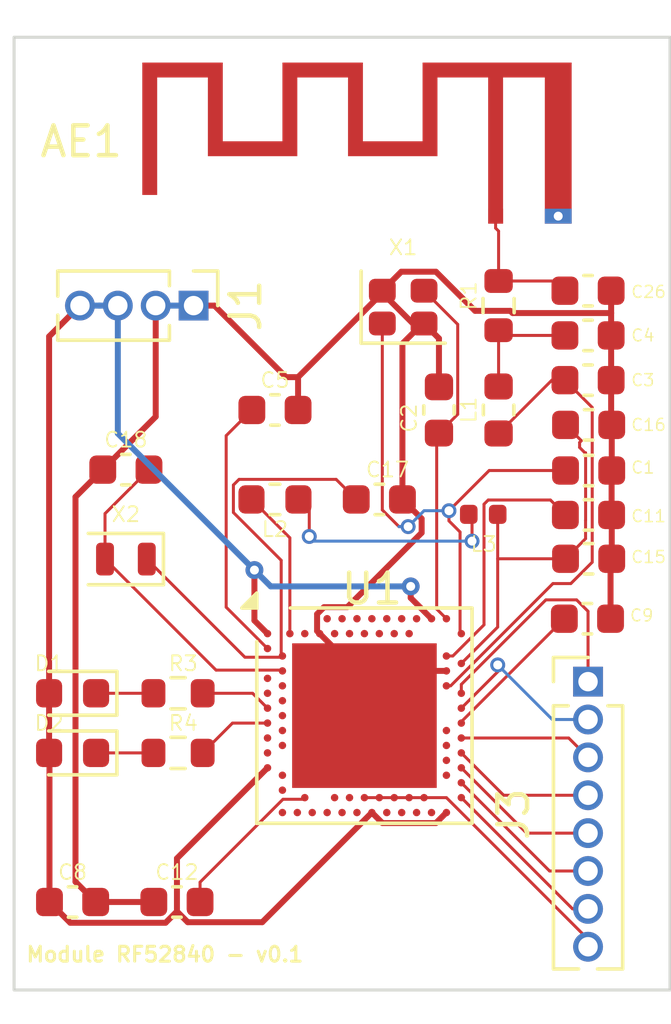
<source format=kicad_pcb>
(kicad_pcb (version 20241229) (generator "pcbnew") (generator_version "9.0")
  (layers (0 "F.Cu" signal) (2 "B.Cu" signal) (13 "F.Paste" user) (15 "B.Paste" user) (5 "F.SilkS" user "F.Silkscreen") (7 "B.SilkS" user "B.Silkscreen") (1 "F.Mask" user) (3 "B.Mask" user) (25 "Edge.Cuts" user))
  (net 0 "")
  (net 1 "Net-(U1-XC1)")
  (net 2 "/GND")
  (net 3 "Net-(U1-XC2)")
  (net 4 "Net-(U1-ANT)")
  (net 5 "Net-(C4-Pad2)")
  (net 6 "Net-(U1-DEC1)")
  (net 7 "/3.3V")
  (net 8 "Net-(U1-DEC5)")
  (net 9 "Net-(U1-DEC3)")
  (net 10 "Net-(U1-DECUSB)")
  (net 11 "Net-(U1-DEC6)")
  (net 12 "Net-(U1-XL1{slash}P0.00)")
  (net 13 "Net-(U1-XL2{slash}P0.01)")
  (net 14 "Net-(AE1-A)")
  (net 15 "/Reset")
  (net 16 "Net-(D1-K)")
  (net 17 "Net-(D2-K)")
  (net 18 "/Miso")
  (net 19 "/CLK")
  (net 20 "/Mosi")
  (net 21 "Net-(L2-Pad1)")
  (net 22 "Net-(U1-DCC)")
  (net 61 "/SWD_CLK")
  (net 62 "/SWD_IO")
  (net 63 "/CS")
  (net 64 "/Led1")
  (net 65 "/Led2")
  (net 66 "/SWI")
  (footprint "Capacitor_SMD:C_0603_1608Metric" (layer "F.Cu") (at 145.52 125.49)
    (property "Reference" "C15" (at 2.01 -0.06 0) (layer "F.SilkS") (effects (font (size 0.4 0.4) (thickness 0.05))))
    (property "Value" "1µF")
    (fp_line (start -0.14058 -0.51) (end 0.14058 -0.51) (stroke (width 0.12)) (layer "F.SilkS"))
    (fp_line (start -0.14058 0.51) (end 0.14058 0.51) (stroke (width 0.12)) (layer "F.SilkS"))
    (pad "1" smd roundrect (at -0.775 0) (size 0.9 0.95) (layers "F.Cu" "F.Mask" "F.Paste") (net 11 "Net-(U1-DEC6)"))
    (pad "2" smd roundrect (at 0.775 0) (size 0.9 0.95) (layers "F.Cu" "F.Mask" "F.Paste") (net 2 "/GND"))
  )
  (footprint "Crystal:Crystal_SMD_2016-4Pin_2.0x1.6mm" (layer "F.Cu") (at 139.3 117.05)
    (property "Reference" "X1" (at 0 -2 0) (layer "F.SilkS") (effects (font (size 0.5 0.5) (thickness 0.0625))))
    (property "Value" "Crystal 32Mhz")
    (fp_line (start -1.41 -1.21) (end -1.41 1.21) (stroke (width 0.12)) (layer "F.SilkS"))
    (fp_line (start -1.41 1.21) (end 1.41 1.21) (stroke (width 0.12)) (layer "F.SilkS"))
    (pad "1" smd roundrect (at -0.7 0.55) (size 0.9 0.8) (layers "F.Cu" "F.Mask" "F.Paste") (net 1 "Net-(U1-XC1)"))
    (pad "2" smd roundrect (at 0.7 0.55) (size 0.9 0.8) (layers "F.Cu" "F.Mask" "F.Paste") (net 2 "/GND"))
    (pad "3" smd roundrect (at 0.7 -0.55) (size 0.9 0.8) (layers "F.Cu" "F.Mask" "F.Paste") (net 3 "Net-(U1-XC2)"))
    (pad "4" smd roundrect (at -0.7 -0.55) (size 0.9 0.8) (layers "F.Cu" "F.Mask" "F.Paste") (net 2 "/GND"))
  )
  (footprint "Capacitor_SMD:C_0603_1608Metric" (layer "F.Cu") (at 131.7125 137 180)
    (property "Reference" "C12" (at 0 1 0) (layer "F.SilkS") (effects (font (size 0.5 0.5) (thickness 0.0625))))
    (property "Value" "4.7µF")
    (fp_line (start -0.14058 0.51) (end 0.14058 0.51) (stroke (width 0.12)) (layer "F.SilkS"))
    (fp_line (start -0.14058 -0.51) (end 0.14058 -0.51) (stroke (width 0.12)) (layer "F.SilkS"))
    (pad "1" smd roundrect (at -0.775 0 180) (size 0.9 0.95) (layers "F.Cu" "F.Mask" "F.Paste") (net 10 "Net-(U1-DECUSB)"))
    (pad "2" smd roundrect (at 0.775 0 180) (size 0.9 0.95) (layers "F.Cu" "F.Mask" "F.Paste") (net 2 "/GND"))
  )
  (footprint "Capacitor_SMD:C_0603_1608Metric" (layer "F.Cu") (at 138.5 123.5)
    (property "Reference" "C17" (at 0.275 -1 0) (layer "F.SilkS") (effects (font (size 0.5 0.5) (thickness 0.0625))))
    (property "Value" "12pF")
    (fp_line (start -0.14058 -0.51) (end 0.14058 -0.51) (stroke (width 0.12)) (layer "F.SilkS"))
    (fp_line (start -0.14058 0.51) (end 0.14058 0.51) (stroke (width 0.12)) (layer "F.SilkS"))
    (pad "1" smd roundrect (at -0.775 0) (size 0.9 0.95) (layers "F.Cu" "F.Mask" "F.Paste") (net 12 "Net-(U1-XL1{slash}P0.00)"))
    (pad "2" smd roundrect (at 0.775 0) (size 0.9 0.95) (layers "F.Cu" "F.Mask" "F.Paste") (net 2 "/GND"))
  )
  (footprint "Connector_PinHeader_1.27mm:PinHeader_1x08_P1.27mm_Vertical" (layer "F.Cu") (at 145.5 129.61)
    (property "Reference" "J3" (at -2.5 4.445 90) (layer "F.SilkS"))
    (property "Value" "Datas")
    (fp_line (start -1.16 -0.81) (end 0 -0.81) (stroke (width 0.12)) (layer "F.SilkS"))
    (fp_line (start -1.16 0) (end -1.16 -0.81) (stroke (width 0.12)) (layer "F.SilkS"))
    (fp_line (start -1.16 0.81) (end -1.16 9.635) (stroke (width 0.12)) (layer "F.SilkS"))
    (fp_line (start -1.16 0.81) (end -0.666708 0.81) (stroke (width 0.12)) (layer "F.SilkS"))
    (fp_line (start -1.16 9.635) (end -0.317923 9.635) (stroke (width 0.12)) (layer "F.SilkS"))
    (fp_line (start 0.317923 9.635) (end 1.16 9.635) (stroke (width 0.12)) (layer "F.SilkS"))
    (fp_line (start 0.666708 0.81) (end 1.16 0.81) (stroke (width 0.12)) (layer "F.SilkS"))
    (fp_line (start 1.16 0.81) (end 1.16 9.635) (stroke (width 0.12)) (layer "F.SilkS"))
    (pad "1" thru_hole rect (at 0 0) (size 1 1) (drill 0.65) (layers "*.Cu" "*.Mask") (net 66 "/SWI"))
    (pad "2" thru_hole circle (at 0 1.27) (size 1 1) (drill 0.65) (layers "*.Cu" "*.Mask") (net 63 "/CS"))
    (pad "3" thru_hole circle (at 0 2.54) (size 1 1) (drill 0.65) (layers "*.Cu" "*.Mask") (net 18 "/Miso"))
    (pad "4" thru_hole circle (at 0 3.81) (size 1 1) (drill 0.65) (layers "*.Cu" "*.Mask") (net 20 "/Mosi"))
    (pad "5" thru_hole circle (at 0 5.08) (size 1 1) (drill 0.65) (layers "*.Cu" "*.Mask") (net 19 "/CLK"))
    (pad "6" thru_hole circle (at 0 6.35) (size 1 1) (drill 0.65) (layers "*.Cu" "*.Mask") (net 61 "/SWD_CLK"))
    (pad "7" thru_hole circle (at 0 7.62) (size 1 1) (drill 0.65) (layers "*.Cu" "*.Mask") (net 62 "/SWD_IO"))
    (pad "8" thru_hole circle (at 0 8.89) (size 1 1) (drill 0.65) (layers "*.Cu" "*.Mask") (net 15 "/Reset"))
  )
  (footprint "Capacitor_SMD:C_0603_1608Metric" (layer "F.Cu") (at 140.5 120.5 90)
    (property "Reference" "C2" (at -0.275 -1 90) (layer "F.SilkS") (effects (font (size 0.5 0.5) (thickness 0.0625))))
    (property "Value" "12pF")
    (fp_line (start -0.14058 -0.51) (end 0.14058 -0.51) (stroke (width 0.12)) (layer "F.SilkS"))
    (fp_line (start -0.14058 0.51) (end 0.14058 0.51) (stroke (width 0.12)) (layer "F.SilkS"))
    (pad "1" smd roundrect (at -0.775 0 90) (size 0.9 0.95) (layers "F.Cu" "F.Mask" "F.Paste") (net 3 "Net-(U1-XC2)"))
    (pad "2" smd roundrect (at 0.775 0 90) (size 0.9 0.95) (layers "F.Cu" "F.Mask" "F.Paste") (net 2 "/GND"))
  )
  (footprint "Capacitor_SMD:C_0603_1608Metric" (layer "F.Cu") (at 145.52 121)
    (property "Reference" "C16" (at 2.01 0 0) (layer "F.SilkS") (effects (font (size 0.4 0.4) (thickness 0.05))))
    (property "Value" "100pF")
    (fp_line (start -0.14058 -0.51) (end 0.14058 -0.51) (stroke (width 0.12)) (layer "F.SilkS"))
    (fp_line (start -0.14058 0.51) (end 0.14058 0.51) (stroke (width 0.12)) (layer "F.SilkS"))
    (pad "1" smd roundrect (at -0.775 0) (size 0.9 0.95) (layers "F.Cu" "F.Mask" "F.Paste") (net 11 "Net-(U1-DEC6)"))
    (pad "2" smd roundrect (at 0.775 0) (size 0.9 0.95) (layers "F.Cu" "F.Mask" "F.Paste") (net 2 "/GND"))
  )
  (footprint "Resistor_SMD:R_0603_1608Metric" (layer "F.Cu") (at 131.75 130)
    (property "Reference" "R3" (at 0.175 -1 0) (layer "F.SilkS") (effects (font (size 0.5 0.5) (thickness 0.0625))))
    (property "Value" "220")
    (fp_line (start -0.237258 -0.5225) (end 0.237258 -0.5225) (stroke (width 0.12)) (layer "F.SilkS"))
    (fp_line (start -0.237258 0.5225) (end 0.237258 0.5225) (stroke (width 0.12)) (layer "F.SilkS"))
    (pad "1" smd roundrect (at -0.825 0) (size 0.8 0.95) (layers "F.Cu" "F.Mask" "F.Paste") (net 16 "Net-(D1-K)"))
    (pad "2" smd roundrect (at 0.825 0) (size 0.8 0.95) (layers "F.Cu" "F.Mask" "F.Paste") (net 64 "/Led1"))
  )
  (footprint "Inductor_SMD:L_0402_1005Metric" (layer "F.Cu") (at 141.985 124 180)
    (property "Reference" "L3" (at -0.015 -1 0) (layer "F.SilkS") (effects (font (size 0.5 0.5) (thickness 0.0625))))
    (property "Value" "15nH")
    (pad "1" smd roundrect (at -0.485 0 180) (size 0.59 0.64) (layers "F.Cu" "F.Mask" "F.Paste") (net 11 "Net-(U1-DEC6)"))
    (pad "2" smd roundrect (at 0.485 0 180) (size 0.59 0.64) (layers "F.Cu" "F.Mask" "F.Paste") (net 21 "Net-(L2-Pad1)"))
  )
  (footprint "Capacitor_SMD:C_0603_1608Metric" (layer "F.Cu") (at 135 120.5)
    (property "Reference" "C5" (at 0 -1 0) (layer "F.SilkS") (effects (font (size 0.5 0.5) (thickness 0.0625))))
    (property "Value" "100nF")
    (fp_line (start -0.14058 -0.51) (end 0.14058 -0.51) (stroke (width 0.12)) (layer "F.SilkS"))
    (fp_line (start -0.14058 0.51) (end 0.14058 0.51) (stroke (width 0.12)) (layer "F.SilkS"))
    (pad "1" smd roundrect (at -0.775 0) (size 0.9 0.95) (layers "F.Cu" "F.Mask" "F.Paste") (net 6 "Net-(U1-DEC1)"))
    (pad "2" smd roundrect (at 0.775 0) (size 0.9 0.95) (layers "F.Cu" "F.Mask" "F.Paste") (net 2 "/GND"))
  )
  (footprint "Capacitor_SMD:C_0603_1608Metric" (layer "F.Cu") (at 145.515 124.02)
    (property "Reference" "C11" (at 2.015 0.04 0) (layer "F.SilkS") (effects (font (size 0.4 0.4) (thickness 0.05))))
    (property "Value" "100pF")
    (fp_line (start -0.14058 -0.51) (end 0.14058 -0.51) (stroke (width 0.12)) (layer "F.SilkS"))
    (fp_line (start -0.14058 0.51) (end 0.14058 0.51) (stroke (width 0.12)) (layer "F.SilkS"))
    (pad "1" smd roundrect (at -0.775 0) (size 0.9 0.95) (layers "F.Cu" "F.Mask" "F.Paste") (net 9 "Net-(U1-DEC3)"))
    (pad "2" smd roundrect (at 0.775 0) (size 0.9 0.95) (layers "F.Cu" "F.Mask" "F.Paste") (net 2 "/GND"))
  )
  (footprint "Connector_PinHeader_1.27mm:PinHeader_1x04_P1.27mm_Vertical" (layer "F.Cu") (at 132.27 117 -90)
    (property "Reference" "J1" (at 0 -1.745 270) (layer "F.SilkS"))
    (property "Value" "Alim")
    (fp_line (start -1.16 4.555) (end -0.317923 4.555) (stroke (width 0.12)) (layer "F.SilkS"))
    (fp_line (start 0.317923 4.555) (end 1.16 4.555) (stroke (width 0.12)) (layer "F.SilkS"))
    (fp_line (start -1.16 0.81) (end -1.16 4.555) (stroke (width 0.12)) (layer "F.SilkS"))
    (fp_line (start -1.16 0.81) (end -0.666708 0.81) (stroke (width 0.12)) (layer "F.SilkS"))
    (fp_line (start 0.666708 0.81) (end 1.16 0.81) (stroke (width 0.12)) (layer "F.SilkS"))
    (fp_line (start 1.16 0.81) (end 1.16 4.555) (stroke (width 0.12)) (layer "F.SilkS"))
    (fp_line (start -1.16 0) (end -1.16 -0.81) (stroke (width 0.12)) (layer "F.SilkS"))
    (fp_line (start -1.16 -0.81) (end 0 -0.81) (stroke (width 0.12)) (layer "F.SilkS"))
    (pad "1" thru_hole rect (at 0 0 270) (size 1 1) (drill 0.65) (layers "*.Cu" "*.Mask") (net 2 "/GND"))
    (pad "2" thru_hole circle (at 0 1.27 270) (size 1 1) (drill 0.65) (layers "*.Cu" "*.Mask") (net 2 "/GND"))
    (pad "3" thru_hole circle (at 0 2.54 270) (size 1 1) (drill 0.65) (layers "*.Cu" "*.Mask") (net 7 "/3.3V"))
    (pad "4" thru_hole circle (at 0 3.81 270) (size 1 1) (drill 0.65) (layers "*.Cu" "*.Mask") (net 7 "/3.3V"))
  )
  (footprint "Capacitor_SMD:C_0603_1608Metric" (layer "F.Cu") (at 145.48 127.5)
    (property "Reference" "C9" (at 1.819524 -0.11 0) (layer "F.SilkS") (effects (font (size 0.4 0.4) (thickness 0.05))))
    (property "Value" "820pF")
    (fp_line (start -0.14058 -0.51) (end 0.14058 -0.51) (stroke (width 0.12)) (layer "F.SilkS"))
    (fp_line (start -0.14058 0.51) (end 0.14058 0.51) (stroke (width 0.12)) (layer "F.SilkS"))
    (pad "1" smd roundrect (at -0.775 0) (size 0.9 0.95) (layers "F.Cu" "F.Mask" "F.Paste") (net 8 "Net-(U1-DEC5)"))
    (pad "2" smd roundrect (at 0.775 0) (size 0.9 0.95) (layers "F.Cu" "F.Mask" "F.Paste") (net 2 "/GND"))
  )
  (footprint "Inductor_SMD:L_0603_1608Metric" (layer "F.Cu") (at 142.5 120.5 -90)
    (property "Reference" "L1" (at 0 1 90) (layer "F.SilkS") (effects (font (size 0.5 0.5) (thickness 0.0625))))
    (property "Value" "4.7nH")
    (fp_line (start -0.162779 0.51) (end 0.162779 0.51) (stroke (width 0.12)) (layer "F.SilkS"))
    (fp_line (start -0.162779 -0.51) (end 0.162779 -0.51) (stroke (width 0.12)) (layer "F.SilkS"))
    (pad "1" smd roundrect (at -0.7875 0 270) (size 0.875 0.95) (layers "F.Cu" "F.Mask" "F.Paste") (net 5 "Net-(C4-Pad2)"))
    (pad "2" smd roundrect (at 0.7875 0 270) (size 0.875 0.95) (layers "F.Cu" "F.Mask" "F.Paste") (net 4 "Net-(U1-ANT)"))
  )
  (footprint "Capacitor_SMD:C_0603_1608Metric" (layer "F.Cu") (at 145.5 119.5 180)
    (property "Reference" "C3" (at -1.839524 0 0) (layer "F.SilkS") (effects (font (size 0.4 0.4) (thickness 0.05))))
    (property "Value" "0.8pF")
    (fp_line (start -0.14058 0.51) (end 0.14058 0.51) (stroke (width 0.12)) (layer "F.SilkS"))
    (fp_line (start -0.14058 -0.51) (end 0.14058 -0.51) (stroke (width 0.12)) (layer "F.SilkS"))
    (pad "1" smd roundrect (at -0.775 0 180) (size 0.9 0.95) (layers "F.Cu" "F.Mask" "F.Paste") (net 2 "/GND"))
    (pad "2" smd roundrect (at 0.775 0 180) (size 0.9 0.95) (layers "F.Cu" "F.Mask" "F.Paste") (net 4 "Net-(U1-ANT)"))
  )
  (footprint "Package_DFN_QFN:Nordic_AQFN-73-1EP_7x7mm_P0.5mm" (layer "F.Cu") (at 138 130.75)
    (property "Reference" "U1" (at 0.25 -4.25 0) (layer "F.SilkS"))
    (property "Value" "nRF52840")
    (fp_line (start -3.61 -2.48) (end -3.61 3.61) (stroke (width 0.12)) (layer "F.SilkS"))
    (fp_line (start -3.61 3.61) (end 3.61 3.61) (stroke (width 0.12)) (layer "F.SilkS"))
    (fp_line (start 3.61 -3.61) (end -2.48 -3.61) (stroke (width 0.12)) (layer "F.SilkS"))
    (fp_line (start 3.61 3.61) (end 3.61 -3.61) (stroke (width 0.12)) (layer "F.SilkS"))
    (fp_poly (pts (xy -3.61 -3.61) (xy -4.11 -3.61) (xy -3.61 -4.11) (xy -3.61 -3.61)) (stroke (width 0.12)) (fill yes) (layer "F.SilkS"))
    (pad "A8" smd circle (at -1.25 -3.25 180) (size 0.25 0.25) (property pad_prop_bga) (layers "F.Cu" "F.Mask" "F.Paste"))
    (pad "A10" smd circle (at -0.75 -3.25 180) (size 0.25 0.25) (property pad_prop_bga) (layers "F.Cu" "F.Mask" "F.Paste"))
    (pad "A12" smd circle (at -0.25 -3.25 180) (size 0.25 0.25) (property pad_prop_bga) (layers "F.Cu" "F.Mask" "F.Paste"))
    (pad "A14" smd circle (at 0.25 -3.25 180) (size 0.25 0.25) (property pad_prop_bga) (layers "F.Cu" "F.Mask" "F.Paste"))
    (pad "A16" smd circle (at 0.75 -3.25 180) (size 0.25 0.25) (property pad_prop_bga) (layers "F.Cu" "F.Mask" "F.Paste"))
    (pad "A18" smd circle (at 1.25 -3.25 180) (size 0.25 0.25) (property pad_prop_bga) (layers "F.Cu" "F.Mask" "F.Paste"))
    (pad "A20" smd circle (at 1.75 -3.25 180) (size 0.25 0.25) (property pad_prop_bga) (layers "F.Cu" "F.Mask" "F.Paste"))
    (pad "A22" smd circle (at 2.25 -3.25 180) (size 0.25 0.25) (property pad_prop_bga) (layers "F.Cu" "F.Mask" "F.Paste") (net 7 "/3.3V"))
    (pad "A23" smd circle (at 2.75 -3.25 180) (size 0.25 0.25) (property pad_prop_bga) (layers "F.Cu" "F.Mask" "F.Paste") (net 3 "Net-(U1-XC2)"))
    (pad "AA24" smd circle (at 3.25 2.25 180) (size 0.25 0.25) (property pad_prop_bga) (layers "F.Cu" "F.Mask" "F.Paste") (net 61 "/SWD_CLK"))
    (pad "AB2" smd circle (at -2.75 2.5 180) (size 0.25 0.25) (property pad_prop_bga) (layers "F.Cu" "F.Mask" "F.Paste"))
    (pad "AC5" smd circle (at -2 2.75 180) (size 0.25 0.25) (property pad_prop_bga) (layers "F.Cu" "F.Mask" "F.Paste") (net 10 "Net-(U1-DECUSB)"))
    (pad "AC9" smd circle (at -1 2.75 180) (size 0.25 0.25) (property pad_prop_bga) (layers "F.Cu" "F.Mask" "F.Paste"))
    (pad "AC11" smd circle (at -0.5 2.75 180) (size 0.25 0.25) (property pad_prop_bga) (layers "F.Cu" "F.Mask" "F.Paste"))
    (pad "AC13" smd circle (at 0 2.75 180) (size 0.25 0.25) (property pad_prop_bga) (layers "F.Cu" "F.Mask" "F.Paste") (net 15 "/Reset"))
    (pad "AC15" smd circle (at 0.5 2.75 180) (size 0.25 0.25) (property pad_prop_bga) (layers "F.Cu" "F.Mask" "F.Paste") (net 15 "/Reset"))
    (pad "AC17" smd circle (at 1 2.75 180) (size 0.25 0.25) (property pad_prop_bga) (layers "F.Cu" "F.Mask" "F.Paste") (net 15 "/Reset"))
    (pad "AC19" smd circle (at 1.5 2.75 180) (size 0.25 0.25) (property pad_prop_bga) (layers "F.Cu" "F.Mask" "F.Paste") (net 15 "/Reset"))
    (pad "AC21" smd circle (at 2 2.75 180) (size 0.25 0.25) (property pad_prop_bga) (layers "F.Cu" "F.Mask" "F.Paste") (net 15 "/Reset"))
    (pad "AC24" smd circle (at 3.25 2.75 180) (size 0.25 0.25) (property pad_prop_bga) (layers "F.Cu" "F.Mask" "F.Paste") (net 62 "/SWD_IO"))
    (pad "AD2" smd circle (at -2.75 3.25 180) (size 0.25 0.25) (property pad_prop_bga) (layers "F.Cu" "F.Mask" "F.Paste"))
    (pad "AD4" smd circle (at -2.25 3.25 180) (size 0.25 0.25) (property pad_prop_bga) (layers "F.Cu" "F.Mask" "F.Paste"))
    (pad "AD6" smd circle (at -1.75 3.25 180) (size 0.25 0.25) (property pad_prop_bga) (layers "F.Cu" "F.Mask" "F.Paste"))
    (pad "AD8" smd circle (at -1.25 3.25 180) (size 0.25 0.25) (property pad_prop_bga) (layers "F.Cu" "F.Mask" "F.Paste"))
    (pad "AD10" smd circle (at -0.75 3.25 180) (size 0.25 0.25) (property pad_prop_bga) (layers "F.Cu" "F.Mask" "F.Paste"))
    (pad "AD12" smd circle (at -0.25 3.25 180) (size 0.25 0.25) (property pad_prop_bga) (layers "F.Cu" "F.Mask" "F.Paste"))
    (pad "AD14" smd circle (at 0.25 3.25 180) (size 0.25 0.25) (property pad_prop_bga) (layers "F.Cu" "F.Mask" "F.Paste") (net 7 "/3.3V"))
    (pad "AD16" smd circle (at 0.75 3.25 180) (size 0.25 0.25) (property pad_prop_bga) (layers "F.Cu" "F.Mask" "F.Paste"))
    (pad "AD18" smd circle (at 1.25 3.25 180) (size 0.25 0.25) (property pad_prop_bga) (layers "F.Cu" "F.Mask" "F.Paste"))
    (pad "AD20" smd circle (at 1.75 3.25 180) (size 0.25 0.25) (property pad_prop_bga) (layers "F.Cu" "F.Mask" "F.Paste"))
    (pad "AD22" smd circle (at 2.25 3.25 180) (size 0.25 0.25) (property pad_prop_bga) (layers "F.Cu" "F.Mask" "F.Paste"))
    (pad "AD23" smd circle (at 2.75 3.25 180) (size 0.25 0.25) (property pad_prop_bga) (layers "F.Cu" "F.Mask" "F.Paste") (net 7 "/3.3V"))
    (pad "B1" smd circle (at -3.25 -2.75 180) (size 0.25 0.25) (property pad_prop_bga) (layers "F.Cu" "F.Mask" "F.Paste") (net 7 "/3.3V"))
    (pad "B3" smd circle (at -2.5 -2.75 180) (size 0.25 0.25) (property pad_prop_bga) (layers "F.Cu" "F.Mask" "F.Paste") (net 22 "Net-(U1-DCC)"))
    (pad "B5" smd circle (at -2 -2.75 180) (size 0.25 0.25) (property pad_prop_bga) (layers "F.Cu" "F.Mask" "F.Paste"))
    (pad "B7" smd circle (at -1.5 -2.75 180) (size 0.25 0.25) (property pad_prop_bga) (layers "F.Cu" "F.Mask" "F.Paste") (net 2 "/GND"))
    (pad "B9" smd circle (at -1 -2.75 180) (size 0.25 0.25) (property pad_prop_bga) (layers "F.Cu" "F.Mask" "F.Paste"))
    (pad "B11" smd circle (at -0.5 -2.75 180) (size 0.25 0.25) (property pad_prop_bga) (layers "F.Cu" "F.Mask" "F.Paste"))
    (pad "B13" smd circle (at 0 -2.75 180) (size 0.25 0.25) (property pad_prop_bga) (layers "F.Cu" "F.Mask" "F.Paste"))
    (pad "B15" smd circle (at 0.5 -2.75 180) (size 0.25 0.25) (property pad_prop_bga) (layers "F.Cu" "F.Mask" "F.Paste"))
    (pad "B17" smd circle (at 1 -2.75 180) (size 0.25 0.25) (property pad_prop_bga) (layers "F.Cu" "F.Mask" "F.Paste"))
    (pad "B19" smd circle (at 1.5 -2.75 180) (size 0.25 0.25) (property pad_prop_bga) (layers "F.Cu" "F.Mask" "F.Paste"))
    (pad "B24" smd circle (at 3.25 -2.75 180) (size 0.25 0.25) (property pad_prop_bga) (layers "F.Cu" "F.Mask" "F.Paste") (net 1 "Net-(U1-XC1)"))
    (pad "C1" smd circle (at -3.25 -2.25 180) (size 0.25 0.25) (property pad_prop_bga) (layers "F.Cu" "F.Mask" "F.Paste") (net 6 "Net-(U1-DEC1)"))
    (pad "D2" smd circle (at -2.75 -2 180) (size 0.25 0.25) (property pad_prop_bga) (layers "F.Cu" "F.Mask" "F.Paste") (net 12 "Net-(U1-XL1{slash}P0.00)"))
    (pad "D23" smd circle (at 2.75 -2 180) (size 0.25 0.25) (property pad_prop_bga) (layers "F.Cu" "F.Mask" "F.Paste") (net 9 "Net-(U1-DEC3)"))
    (pad "E24" smd circle (at 3.25 -1.75 180) (size 0.25 0.25) (property pad_prop_bga) (layers "F.Cu" "F.Mask" "F.Paste") (net 11 "Net-(U1-DEC6)"))
    (pad "EP" smd rect (at 0 0 180) (size 4.85 4.85) (layers "F.Cu" "F.Mask") (net 2 "/GND"))
    (pad "F2" smd circle (at -2.75 -1.5 180) (size 0.25 0.25) (property pad_prop_bga) (layers "F.Cu" "F.Mask" "F.Paste") (net 13 "Net-(U1-XL2{slash}P0.01)"))
    (pad "F23" smd circle (at 2.75 -1.5 180) (size 0.25 0.25) (property pad_prop_bga) (layers "F.Cu" "F.Mask" "F.Paste") (net 2 "/GND"))
    (pad "G1" smd circle (at -3.25 -1.25 180) (size 0.25 0.25) (property pad_prop_bga) (layers "F.Cu" "F.Mask" "F.Paste"))
    (pad "H2" smd circle (at -2.75 -1 180) (size 0.25 0.25) (property pad_prop_bga) (layers "F.Cu" "F.Mask" "F.Paste"))
    (pad "H23" smd circle (at 2.75 -1 180) (size 0.25 0.25) (property pad_prop_bga) (layers "F.Cu" "F.Mask" "F.Paste") (net 4 "Net-(U1-ANT)"))
    (pad "J1" smd circle (at -3.25 -0.75 180) (size 0.25 0.25) (property pad_prop_bga) (layers "F.Cu" "F.Mask" "F.Paste"))
    (pad "J24" smd circle (at 3.25 -0.75 180) (size 0.25 0.25) (property pad_prop_bga) (layers "F.Cu" "F.Mask" "F.Paste") (net 66 "/SWI"))
    (pad "K2" smd circle (at -2.75 -0.5 180) (size 0.25 0.25) (property pad_prop_bga) (layers "F.Cu" "F.Mask" "F.Paste"))
    (pad "L1" smd circle (at -3.25 -0.25 180) (size 0.25 0.25) (property pad_prop_bga) (layers "F.Cu" "F.Mask" "F.Paste") (net 64 "/Led1"))
    (pad "L24" smd circle (at 3.25 -0.25 180) (size 0.25 0.25) (property pad_prop_bga) (layers "F.Cu" "F.Mask" "F.Paste") (net 63 "/CS"))
    (pad "M2" smd circle (at -2.75 0 180) (size 0.25 0.25) (property pad_prop_bga) (layers "F.Cu" "F.Mask" "F.Paste"))
    (pad "N1" smd circle (at -3.25 0.25 180) (size 0.25 0.25) (property pad_prop_bga) (layers "F.Cu" "F.Mask" "F.Paste") (net 65 "/Led2"))
    (pad "N24" smd circle (at 3.25 0.25 180) (size 0.25 0.25) (property pad_prop_bga) (layers "F.Cu" "F.Mask" "F.Paste") (net 8 "Net-(U1-DEC5)"))
    (pad "P2" smd circle (at -2.75 0.5 180) (size 0.25 0.25) (property pad_prop_bga) (layers "F.Cu" "F.Mask" "F.Paste"))
    (pad "P23" smd circle (at 2.75 0.5 180) (size 0.25 0.25) (property pad_prop_bga) (layers "F.Cu" "F.Mask" "F.Paste"))
    (pad "R1" smd circle (at -3.25 0.75 180) (size 0.25 0.25) (property pad_prop_bga) (layers "F.Cu" "F.Mask" "F.Paste"))
    (pad "R24" smd circle (at 3.25 0.75 180) (size 0.25 0.25) (property pad_prop_bga) (layers "F.Cu" "F.Mask" "F.Paste") (net 18 "/Miso"))
    (pad "T2" smd circle (at -2.75 1 180) (size 0.25 0.25) (property pad_prop_bga) (layers "F.Cu" "F.Mask" "F.Paste"))
    (pad "T23" smd circle (at 2.75 1 180) (size 0.25 0.25) (property pad_prop_bga) (layers "F.Cu" "F.Mask" "F.Paste"))
    (pad "U1" smd circle (at -3.25 1.25 180) (size 0.25 0.25) (property pad_prop_bga) (layers "F.Cu" "F.Mask" "F.Paste"))
    (pad "U24" smd circle (at 3.25 1.25 180) (size 0.25 0.25) (property pad_prop_bga) (layers "F.Cu" "F.Mask" "F.Paste") (net 20 "/Mosi"))
    (pad "V23" smd circle (at 2.75 1.5 180) (size 0.25 0.25) (property pad_prop_bga) (layers "F.Cu" "F.Mask" "F.Paste"))
    (pad "W1" smd circle (at -3.25 1.75 180) (size 0.25 0.25) (property pad_prop_bga) (layers "F.Cu" "F.Mask" "F.Paste") (net 7 "/3.3V"))
    (pad "W24" smd circle (at 3.25 1.75 180) (size 0.25 0.25) (property pad_prop_bga) (layers "F.Cu" "F.Mask" "F.Paste") (net 19 "/CLK"))
    (pad "Y2" smd circle (at -2.75 2 180) (size 0.25 0.25) (property pad_prop_bga) (layers "F.Cu" "F.Mask" "F.Paste"))
    (pad "Y23" smd circle (at 2.75 2 180) (size 0.25 0.25) (property pad_prop_bga) (layers "F.Cu" "F.Mask" "F.Paste"))
  )
  (footprint "Capacitor_SMD:C_0603_1608Metric" (layer "F.Cu") (at 145.5 116.5 180)
    (property "Reference" "C26" (at -2.03 -0.04 0) (layer "F.SilkS") (effects (font (size 0.4 0.4) (thickness 0.05))))
    (property "Value" "1.5pF")
    (fp_line (start -0.14058 0.51) (end 0.14058 0.51) (stroke (width 0.12)) (layer "F.SilkS"))
    (fp_line (start -0.14058 -0.51) (end 0.14058 -0.51) (stroke (width 0.12)) (layer "F.SilkS"))
    (pad "1" smd roundrect (at -0.775 0 180) (size 0.9 0.95) (layers "F.Cu" "F.Mask" "F.Paste") (net 2 "/GND"))
    (pad "2" smd roundrect (at 0.775 0 180) (size 0.9 0.95) (layers "F.Cu" "F.Mask" "F.Paste") (net 14 "Net-(AE1-A)"))
  )
  (footprint "Capacitor_SMD:C_0603_1608Metric" (layer "F.Cu") (at 128.2125 137 180)
    (property "Reference" "C8" (at 0 1 0) (layer "F.SilkS") (effects (font (size 0.5 0.5) (thickness 0.0625))))
    (property "Value" "100nF")
    (fp_line (start -0.14058 0.51) (end 0.14058 0.51) (stroke (width 0.12)) (layer "F.SilkS"))
    (fp_line (start -0.14058 -0.51) (end 0.14058 -0.51) (stroke (width 0.12)) (layer "F.SilkS"))
    (pad "1" smd roundrect (at -0.775 0 180) (size 0.9 0.95) (layers "F.Cu" "F.Mask" "F.Paste") (net 2 "/GND"))
    (pad "2" smd roundrect (at 0.775 0 180) (size 0.9 0.95) (layers "F.Cu" "F.Mask" "F.Paste") (net 7 "/3.3V"))
  )
  (footprint "Capacitor_SMD:C_0603_1608Metric" (layer "F.Cu") (at 145.52 122.53)
    (property "Reference" "C1" (at 1.819524 -0.1 0) (layer "F.SilkS") (effects (font (size 0.4 0.4) (thickness 0.05))))
    (property "Value" "12pF")
    (fp_line (start -0.14058 -0.51) (end 0.14058 -0.51) (stroke (width 0.12)) (layer "F.SilkS"))
    (fp_line (start -0.14058 0.51) (end 0.14058 0.51) (stroke (width 0.12)) (layer "F.SilkS"))
    (pad "1" smd roundrect (at -0.775 0) (size 0.9 0.95) (layers "F.Cu" "F.Mask" "F.Paste") (net 1 "Net-(U1-XC1)"))
    (pad "2" smd roundrect (at 0.775 0) (size 0.9 0.95) (layers "F.Cu" "F.Mask" "F.Paste") (net 2 "/GND"))
  )
  (footprint "Crystal:Crystal_SMD_2012-2Pin_2.0x1.2mm" (layer "F.Cu") (at 130 125.5 180)
    (property "Reference" "X2" (at 0 1.5 0) (layer "F.SilkS") (effects (font (size 0.5 0.5) (thickness 0.0625))))
    (property "Value" "32.768Khz")
    (fp_line (start 1.26 -0.86) (end -1.26 -0.86) (stroke (width 0.12)) (layer "F.SilkS"))
    (fp_line (start -1.26 0.86) (end 1.26 0.86) (stroke (width 0.12)) (layer "F.SilkS"))
    (fp_line (start -1.26 -0.86) (end -1.26 0.86) (stroke (width 0.12)) (layer "F.SilkS"))
    (pad "1" smd roundrect (at -0.7 0 180) (size 0.6 1.1) (layers "F.Cu" "F.Mask" "F.Paste") (net 12 "Net-(U1-XL1{slash}P0.00)"))
    (pad "2" smd roundrect (at 0.7 0 180) (size 0.6 1.1) (layers "F.Cu" "F.Mask" "F.Paste") (net 13 "Net-(U1-XL2{slash}P0.01)"))
  )
  (footprint "Capacitor_SMD:C_0603_1608Metric" (layer "F.Cu") (at 145.5 118 180)
    (property "Reference" "C4" (at -1.839524 0 0) (layer "F.SilkS") (effects (font (size 0.4 0.4) (thickness 0.05))))
    (property "Value" "0.5pF")
    (fp_line (start -0.14058 0.51) (end 0.14058 0.51) (stroke (width 0.12)) (layer "F.SilkS"))
    (fp_line (start -0.14058 -0.51) (end 0.14058 -0.51) (stroke (width 0.12)) (layer "F.SilkS"))
    (pad "1" smd roundrect (at -0.775 0 180) (size 0.9 0.95) (layers "F.Cu" "F.Mask" "F.Paste") (net 2 "/GND"))
    (pad "2" smd roundrect (at 0.775 0 180) (size 0.9 0.95) (layers "F.Cu" "F.Mask" "F.Paste") (net 5 "Net-(C4-Pad2)"))
  )
  (footprint "antenne:antenne_2_4G" (layer "F.Cu") (at 142.4 114)
    (property "Reference" "AE1" (at -13.9 -2.5 0) (layer "F.SilkS"))
    (property "Value" "Antenna")
    (fp_poly (pts (xy -2.45 -2.51) (xy -4.45 -2.51) (xy -4.45 -5.15) (xy -7.15 -5.15) (xy -7.15 -2.51) (xy -9.15 -2.51) (xy -9.15 -5.15) (xy -11.85 -5.15) (xy -11.85 -0.71) (xy -11.35 -0.71) (xy -11.35 -4.65) (xy -9.65 -4.65) (xy -9.65 -2.01) (xy -6.65 -2.01) (xy -6.65 -4.65) (xy -4.95 -4.65) (xy -4.95 -2.01) (xy -1.95 -2.01) (xy -1.95 -4.65) (xy -0.25 -4.65) (xy -0.25 0.25) (xy 0.25 0.25) (xy 0.25 -4.65) (xy 1.65 -4.65) (xy 1.65 0.25) (xy 2.55 0.25) (xy 2.55 0.006785) (xy 2.247583 0.006785) (xy 2.237742 0.054395) (xy 2.213674 0.096797) (xy 2.175731 0.129581) (xy 2.167819 0.133935) (xy 2.125156 0.146043) (xy 2.076637 0.1453) (xy 2.031122 0.1324) (xy 2.012511 0.121787) (xy 1.978868 0.086553) (xy 1.958309 0.041368) (xy 1.951778 -0.008158) (xy 1.960218 -0.056417) (xy 1.977112 -0.088643) (xy 2.012372 -0.121313) (xy 2.057682 -0.141408) (xy 2.107267 -0.147982) (xy 2.155353 -0.140092) (xy 2.188245 -0.123186) (xy 2.223185 -0.086416) (xy 2.242847 -0.041622) (xy 2.247583 0.006785) (xy 2.55 0.006785) (xy 2.55 -5.15) (xy -2.45 -5.15) (xy -2.45 -2.51)) (fill yes) (layer "F.Cu"))
    (pad "1" connect rect (at 0 0) (size 0.5 0.5) (layers "F.Cu") (net 14 "Net-(AE1-A)"))
    (pad "2" thru_hole rect (at 2.1 0) (size 0.9 0.5) (drill 0.3) (layers "*.Cu"))
  )
  (footprint "Resistor_SMD:R_0603_1608Metric" (layer "F.Cu") (at 131.75 132)
    (property "Reference" "R4" (at 0.175 -1 0) (layer "F.SilkS") (effects (font (size 0.5 0.5) (thickness 0.0625))))
    (property "Value" "220")
    (fp_line (start -0.237258 -0.5225) (end 0.237258 -0.5225) (stroke (width 0.12)) (layer "F.SilkS"))
    (fp_line (start -0.237258 0.5225) (end 0.237258 0.5225) (stroke (width 0.12)) (layer "F.SilkS"))
    (pad "1" smd roundrect (at -0.825 0) (size 0.8 0.95) (layers "F.Cu" "F.Mask" "F.Paste") (net 17 "Net-(D2-K)"))
    (pad "2" smd roundrect (at 0.825 0) (size 0.8 0.95) (layers "F.Cu" "F.Mask" "F.Paste") (net 65 "/Led2"))
  )
  (footprint "LED_SMD:LED_0603_1608Metric" (layer "F.Cu") (at 128.2125 132 180)
    (property "Reference" "D2" (at 0.7875 1 0) (layer "F.SilkS") (effects (font (size 0.5 0.5) (thickness 0.0625))))
    (property "Value" "LED")
    (fp_line (start 0.8 -0.735) (end -1.485 -0.735) (stroke (width 0.12)) (layer "F.SilkS"))
    (fp_line (start -1.485 0.735) (end 0.8 0.735) (stroke (width 0.12)) (layer "F.SilkS"))
    (fp_line (start -1.485 -0.735) (end -1.485 0.735) (stroke (width 0.12)) (layer "F.SilkS"))
    (pad "1" smd roundrect (at -0.7875 0 180) (size 0.875 0.95) (layers "F.Cu" "F.Mask" "F.Paste") (net 17 "Net-(D2-K)"))
    (pad "2" smd roundrect (at 0.7875 0 180) (size 0.875 0.95) (layers "F.Cu" "F.Mask" "F.Paste") (net 7 "/3.3V"))
  )
  (footprint "Capacitor_SMD:C_0603_1608Metric" (layer "F.Cu") (at 130 122.5 180)
    (property "Reference" "C18" (at 0 1 0) (layer "F.SilkS") (effects (font (size 0.5 0.5) (thickness 0.0625))))
    (property "Value" "12pF")
    (fp_line (start -0.14058 0.51) (end 0.14058 0.51) (stroke (width 0.12)) (layer "F.SilkS"))
    (fp_line (start -0.14058 -0.51) (end 0.14058 -0.51) (stroke (width 0.12)) (layer "F.SilkS"))
    (pad "1" smd roundrect (at -0.775 0 180) (size 0.9 0.95) (layers "F.Cu" "F.Mask" "F.Paste") (net 13 "Net-(U1-XL2{slash}P0.01)"))
    (pad "2" smd roundrect (at 0.775 0 180) (size 0.9 0.95) (layers "F.Cu" "F.Mask" "F.Paste") (net 2 "/GND"))
  )
  (footprint "Inductor_SMD:L_0603_1608Metric" (layer "F.Cu") (at 135 123.5 180)
    (property "Reference" "L2" (at 0 -1 0) (layer "F.SilkS") (effects (font (size 0.5 0.5) (thickness 0.0625))))
    (property "Value" "10µH")
    (fp_line (start -0.162779 0.51) (end 0.162779 0.51) (stroke (width 0.12)) (layer "F.SilkS"))
    (fp_line (start -0.162779 -0.51) (end 0.162779 -0.51) (stroke (width 0.12)) (layer "F.SilkS"))
    (pad "1" smd roundrect (at -0.7875 0 180) (size 0.875 0.95) (layers "F.Cu" "F.Mask" "F.Paste") (net 21 "Net-(L2-Pad1)"))
    (pad "2" smd roundrect (at 0.7875 0 180) (size 0.875 0.95) (layers "F.Cu" "F.Mask" "F.Paste") (net 22 "Net-(U1-DCC)"))
  )
  (footprint "Resistor_SMD:R_0603_1608Metric" (layer "F.Cu") (at 142.5 117 -90)
    (property "Reference" "R1" (at -0.325 1 90) (layer "F.SilkS") (effects (font (size 0.5 0.5) (thickness 0.0625))))
    (property "Value" "0")
    (fp_line (start -0.237258 0.5225) (end 0.237258 0.5225) (stroke (width 0.12)) (layer "F.SilkS"))
    (fp_line (start -0.237258 -0.5225) (end 0.237258 -0.5225) (stroke (width 0.12)) (layer "F.SilkS"))
    (pad "1" smd roundrect (at -0.825 0 270) (size 0.8 0.95) (layers "F.Cu" "F.Mask" "F.Paste") (net 14 "Net-(AE1-A)"))
    (pad "2" smd roundrect (at 0.825 0 270) (size 0.8 0.95) (layers "F.Cu" "F.Mask" "F.Paste") (net 5 "Net-(C4-Pad2)"))
  )
  (footprint "LED_SMD:LED_0603_1608Metric" (layer "F.Cu") (at 128.2125 130 180)
    (property "Reference" "D1" (at 0.7875 1 0) (layer "F.SilkS") (effects (font (size 0.5 0.5) (thickness 0.0625))))
    (property "Value" "LED")
    (fp_line (start 0.8 -0.735) (end -1.485 -0.735) (stroke (width 0.12)) (layer "F.SilkS"))
    (fp_line (start -1.485 0.735) (end 0.8 0.735) (stroke (width 0.12)) (layer "F.SilkS"))
    (fp_line (start -1.485 -0.735) (end -1.485 0.735) (stroke (width 0.12)) (layer "F.SilkS"))
    (pad "1" smd roundrect (at -0.7875 0 180) (size 0.875 0.95) (layers "F.Cu" "F.Mask" "F.Paste") (net 16 "Net-(D1-K)"))
    (pad "2" smd roundrect (at 0.7875 0 180) (size 0.875 0.95) (layers "F.Cu" "F.Mask" "F.Paste") (net 7 "/3.3V"))
  )
  (gr_rect (start 126.25 108) (end 148.25 139.95) (stroke (width 0.1)) (fill no) (layer "Edge.Cuts"))
  (gr_text "Module RF52840 - v0.1" (at 126.61 139.05 0) (layer "F.SilkS") (effects (font (size 0.5 0.5) (thickness 0.1) (bold yes)) (justify left bottom)))
  (segment (start 139.16 124.4118) (end 139.4668 124.4118) (width 0.1) (layer "F.Cu") (net 1))
  (segment (start 140.8355 124.2197) (end 140.8355 123.8783) (width 0.1) (layer "F.Cu") (net 1))
  (segment (start 139.16 124.4118) (end 139.4668 124.4118) (width 0.1) (layer "F.Cu") (net 1))
  (segment (start 139.4668 124.4118) (end 139.16 124.4118) (width 0.1) (layer "F.Cu") (net 1))
  (segment (start 141.2075 127.9575) (end 141.2075 124.5917) (width 0.1) (layer "F.Cu") (net 1))
  (segment (start 138.6 123.8518) (end 139.16 124.4118) (width 0.1) (layer "F.Cu") (net 1))
  (segment (start 140.8355 123.8783) (end 142.1838 122.53) (width 0.1) (layer "F.Cu") (net 1))
  (segment (start 142.1838 122.53) (end 144.745 122.53) (width 0.1) (layer "F.Cu") (net 1))
  (segment (start 138.6 117.6) (end 138.6 123.8518) (width 0.1) (layer "F.Cu") (net 1))
  (segment (start 141.25 128) (end 141.2075 127.9575) (width 0.1) (layer "F.Cu") (net 1))
  (segment (start 141.2075 124.5917) (end 140.8355 124.2197) (width 0.1) (layer "F.Cu") (net 1))
  (via (at 140.8355 123.8783) (size 0.5) (drill 0.3) (layers "F.Cu" "B.Cu") (net 1))
  (via (at 139.4668 124.4118) (size 0.5) (drill 0.3) (layers "F.Cu" "B.Cu") (net 1))
  (segment (start 139.4668 124.4118) (end 140.0003 123.8783) (width 0.1) (layer "B.Cu") (net 1))
  (segment (start 139.16 124.4118) (end 139.4668 124.4118) (width 0.1) (layer "B.Cu") (net 1))
  (segment (start 140.0003 123.8783) (end 140.8355 123.8783) (width 0.1) (layer "B.Cu") (net 1))
  (segment (start 139.4668 124.4118) (end 139.16 124.4118) (width 0.1) (layer "B.Cu") (net 1))
  (segment (start 139.95 117.6) (end 140 117.6) (width 0.2) (layer "F.Cu") (net 2))
  (segment (start 146.295 121) (end 146.275 120.98) (width 0.2) (layer "F.Cu") (net 2))
  (segment (start 140.5 118.1) (end 140.5 119.725) (width 0.2) (layer "F.Cu") (net 2))
  (segment (start 138.6 116.5738) (end 138.6 116.5) (width 0.2) (layer "F.Cu") (net 2))
  (segment (start 140.75 129.25) (end 138.25 129.25) (width 0.2) (layer "F.Cu") (net 2))
  (segment (start 139.9192 124.1442) (end 139.9192 124.6193) (width 0.2) (layer "F.Cu") (net 2))
  (segment (start 128.3101 123.4149) (end 129.225 122.5) (width 0.2) (layer "F.Cu") (net 2))
  (segment (start 146.295 121) (end 146.295 122.53) (width 0.2) (layer "F.Cu") (net 2))
  (segment (start 132.27 117) (end 132.9717 117) (width 0.2) (layer "F.Cu") (net 2))
  (segment (start 146.295 125.49) (end 146.255 125.53) (width 0.2) (layer "F.Cu") (net 2))
  (segment (start 146.275 116.5) (end 146.275 117.25) (width 0.2) (layer "F.Cu") (net 2))
  (segment (start 136.6447 127.1116) (end 136.4126 127.3437) (width 0.2) (layer "F.Cu") (net 2))
  (segment (start 135.775 119.3988) (end 135.3705 119.3988) (width 0.2) (layer "F.Cu") (net 2))
  (segment (start 146.29 122.535) (end 146.29 124.02) (width 0.2) (layer "F.Cu") (net 2))
  (segment (start 138.6 116.5) (end 139.2369 115.8631) (width 0.2) (layer "F.Cu") (net 2))
  (segment (start 142.8953 117.1761) (end 142.9692 117.25) (width 0.2) (layer "F.Cu") (net 2))
  (segment (start 146.275 119.5) (end 146.275 118) (width 0.2) (layer "F.Cu") (net 2))
  (segment (start 138.25 129.25) (end 138 129.5) (width 0.2) (layer "F.Cu") (net 2))
  (segment (start 135.3705 119.3988) (end 132.9717 117) (width 0.2) (layer "F.Cu") (net 2))
  (segment (start 146.275 120.98) (end 146.275 119.5) (width 0.2) (layer "F.Cu") (net 2))
  (segment (start 139.9192 124.6193) (end 137.4269 127.1116) (width 0.2) (layer "F.Cu") (net 2))
  (segment (start 146.295 124.025) (end 146.295 125.49) (width 0.2) (layer "F.Cu") (net 2))
  (segment (start 140 117.6) (end 140.5 118.1) (width 0.2) (layer "F.Cu") (net 2))
  (segment (start 141.7111 117.1761) (end 142.8953 117.1761) (width 0.2) (layer "F.Cu") (net 2))
  (segment (start 131 117) (end 131 120.725) (width 0.2) (layer "F.Cu") (net 2))
  (segment (start 139.2369 115.8631) (end 140.3981 115.8631) (width 0.2) (layer "F.Cu") (net 2))
  (segment (start 131 120.725) (end 129.225 122.5) (width 0.2) (layer "F.Cu") (net 2))
  (segment (start 139.7881 117.7619) (end 138.6 116.5738) (width 0.2) (layer "F.Cu") (net 2))
  (segment (start 138 129.5) (end 136.5 128) (width 0.2) (layer "F.Cu") (net 2))
  (segment (start 140.3981 115.8631) (end 141.7111 117.1761) (width 0.2) (layer "F.Cu") (net 2))
  (segment (start 138.6 116.5738) (end 135.775 119.3988) (width 0.2) (layer "F.Cu") (net 2))
  (segment (start 139.275 123.5) (end 139.275 118.275) (width 0.2) (layer "F.Cu") (net 2))
  (segment (start 137.4269 127.1116) (end 136.6447 127.1116) (width 0.2) (layer "F.Cu") (net 2))
  (segment (start 136.4126 127.9126) (end 136.5 128) (width 0.2) (layer "F.Cu") (net 2))
  (segment (start 146.255 125.53) (end 146.255 127.5) (width 0.2) (layer "F.Cu") (net 2))
  (segment (start 128.9875 137) (end 128.3101 136.3226) (width 0.2) (layer "F.Cu") (net 2))
  (segment (start 139.275 118.275) (end 139.7881 117.7619) (width 0.2) (layer "F.Cu") (net 2))
  (segment (start 128.3101 136.3226) (end 128.3101 123.4149) (width 0.2) (layer "F.Cu") (net 2))
  (segment (start 139.275 123.5) (end 139.9192 124.1442) (width 0.2) (layer "F.Cu") (net 2))
  (segment (start 135.775 119.3988) (end 135.775 120.5) (width 0.2) (layer "F.Cu") (net 2))
  (segment (start 146.29 124.02) (end 146.295 124.025) (width 0.2) (layer "F.Cu") (net 2))
  (segment (start 136.4126 127.3437) (end 136.4126 127.9126) (width 0.2) (layer "F.Cu") (net 2))
  (segment (start 146.295 122.53) (end 146.29 122.535) (width 0.2) (layer "F.Cu") (net 2))
  (segment (start 142.9692 117.25) (end 146.275 117.25) (width 0.2) (layer "F.Cu") (net 2))
  (segment (start 146.275 117.25) (end 146.275 118) (width 0.2) (layer "F.Cu") (net 2))
  (segment (start 139.7881 117.7619) (end 139.95 117.6) (width 0.2) (layer "F.Cu") (net 2))
  (segment (start 128.9875 137) (end 130.9375 137) (width 0.2) (layer "F.Cu") (net 2))
  (segment (start 138 129.5) (end 138 130.75) (width 0.2) (layer "F.Cu") (net 2))
  (segment (start 131 117) (end 132.27 117) (width 0.2) (layer "B.Cu") (net 2))
  (segment (start 141.1292 120.6458) (end 140.5 121.275) (width 0.1) (layer "F.Cu") (net 3))
  (segment (start 141.1292 117.6292) (end 141.1292 120.6458) (width 0.1) (layer "F.Cu") (net 3))
  (segment (start 140.75 127.5) (end 140.4242 127.1742) (width 0.1) (layer "F.Cu") (net 3))
  (segment (start 140.4242 121.3508) (end 140.5 121.275) (width 0.1) (layer "F.Cu") (net 3))
  (segment (start 140 116.5) (end 141.1292 117.6292) (width 0.1) (layer "F.Cu") (net 3))
  (segment (start 140.4242 127.1742) (end 140.4242 121.3508) (width 0.1) (layer "F.Cu") (net 3))
  (segment (start 142.5 121.2875) (end 144.2875 119.5) (width 0.1) (layer "F.Cu") (net 4))
  (segment (start 145.6395 120.4145) (end 145.6395 125.6052) (width 0.1) (layer "F.Cu") (net 4))
  (segment (start 144.3219 126.321) (end 140.8929 129.75) (width 0.1) (layer "F.Cu") (net 4))
  (segment (start 144.2875 119.5) (end 144.725 119.5) (width 0.1) (layer "F.Cu") (net 4))
  (segment (start 144.725 119.5) (end 145.6395 120.4145) (width 0.1) (layer "F.Cu") (net 4))
  (segment (start 140.8929 129.75) (end 140.75 129.75) (width 0.1) (layer "F.Cu") (net 4))
  (segment (start 144.9237 126.321) (end 144.3219 126.321) (width 0.1) (layer "F.Cu") (net 4))
  (segment (start 145.6395 125.6052) (end 144.9237 126.321) (width 0.1) (layer "F.Cu") (net 4))
  (segment (start 142.5 118) (end 142.5 119.7125) (width 0.1) (layer "F.Cu") (net 5))
  (segment (start 142.5 118) (end 144.725 118) (width 0.1) (layer "F.Cu") (net 5))
  (segment (start 142.5 117.825) (end 142.5 118) (width 0.1) (layer "F.Cu") (net 5))
  (segment (start 133.3633 121.3617) (end 133.3633 127.1133) (width 0.1) (layer "F.Cu") (net 6))
  (segment (start 133.3633 127.1133) (end 134.75 128.5) (width 0.1) (layer "F.Cu") (net 6))
  (segment (start 134.225 120.5) (end 133.3633 121.3617) (width 0.1) (layer "F.Cu") (net 6))
  (segment (start 131.7125 137.3147) (end 131.7125 135.5375) (width 0.2) (layer "F.Cu") (net 7))
  (segment (start 132.0754 137.6776) (end 131.7125 137.3147) (width 0.2) (layer "F.Cu") (net 7))
  (segment (start 127.425 132) (end 127.4375 132.0125) (width 0.2) (layer "F.Cu") (net 7))
  (segment (start 139.552 126.802) (end 140.25 127.5) (width 0.2) (layer "F.Cu") (net 7))
  (segment (start 134.3093 125.8688) (end 134.3109 125.8688) (width 0.2) (layer "F.Cu") (net 7))
  (segment (start 128.1335 137.696) (end 131.3312 137.696) (width 0.2) (layer "F.Cu") (net 7))
  (segment (start 134.3109 125.8688) (end 134.3093 125.8688) (width 0.2) (layer "F.Cu") (net 7))
  (segment (start 134.5724 137.6776) (end 132.0754 137.6776) (width 0.2) (layer "F.Cu") (net 7))
  (segment (start 131.3312 137.696) (end 131.7125 137.3147) (width 0.2) (layer "F.Cu") (net 7))
  (segment (start 134.75 128) (end 134.3109 127.5609) (width 0.2) (layer "F.Cu") (net 7))
  (segment (start 127.425 132) (end 127.425 130) (width 0.2) (layer "F.Cu") (net 7))
  (segment (start 138.6031 134.3531) (end 138.25 134) (width 0.2) (layer "F.Cu") (net 7))
  (segment (start 127.4375 132.0125) (end 127.4375 137) (width 0.2) (layer "F.Cu") (net 7))
  (segment (start 140.75 134) (end 140.3969 134.3531) (width 0.2) (layer "F.Cu") (net 7))
  (segment (start 138.25 134) (end 134.5724 137.6776) (width 0.2) (layer "F.Cu") (net 7))
  (segment (start 140.3969 134.3531) (end 138.6031 134.3531) (width 0.2) (layer "F.Cu") (net 7))
  (segment (start 134.3109 127.5609) (end 134.3109 125.8688) (width 0.2) (layer "F.Cu") (net 7))
  (segment (start 127.4375 137) (end 128.1335 137.696) (width 0.2) (layer "F.Cu") (net 7))
  (segment (start 131.7125 135.5375) (end 134.75 132.5) (width 0.2) (layer "F.Cu") (net 7))
  (segment (start 128.46 117) (end 127.425 118.035) (width 0.2) (layer "F.Cu") (net 7))
  (segment (start 139.552 126.4163) (end 139.552 126.802) (width 0.2) (layer "F.Cu") (net 7))
  (segment (start 127.425 118.035) (end 127.425 130) (width 0.2) (layer "F.Cu") (net 7))
  (via (at 134.3109 125.8688) (size 0.6) (drill 0.3) (layers "F.Cu" "B.Cu") (net 7))
  (via (at 139.552 126.4163) (size 0.6) (drill 0.3) (layers "F.Cu" "B.Cu") (net 7))
  (segment (start 129.73 117) (end 129.73 121.2879) (width 0.2) (layer "B.Cu") (net 7))
  (segment (start 129.095 117) (end 129.1363 117) (width 0.2) (layer "B.Cu") (net 7))
  (segment (start 129.73 121.2879) (end 134.3109 125.8688) (width 0.2) (layer "B.Cu") (net 7))
  (segment (start 134.3093 125.8688) (end 134.3109 125.8688) (width 0.2) (layer "B.Cu") (net 7))
  (segment (start 129.1363 117) (end 129.73 117) (width 0.2) (layer "B.Cu") (net 7))
  (segment (start 134.3109 125.8688) (end 134.3093 125.8688) (width 0.2) (layer "B.Cu") (net 7))
  (segment (start 134.8584 126.4163) (end 134.3109 125.8688) (width 0.2) (layer "B.Cu") (net 7))
  (segment (start 139.552 126.4163) (end 134.8584 126.4163) (width 0.2) (layer "B.Cu") (net 7))
  (segment (start 128.46 117) (end 129.095 117) (width 0.2) (layer "B.Cu") (net 7))
  (segment (start 144.705 127.5) (end 141.25 130.955) (width 0.1) (layer "F.Cu") (net 8))
  (segment (start 141.25 130.955) (end 141.25 131) (width 0.1) (layer "F.Cu") (net 8))
  (segment (start 140.9658 128.75) (end 142.0109 127.7049) (width 0.1) (layer "F.Cu") (net 9))
  (segment (start 140.75 128.75) (end 140.9658 128.75) (width 0.1) (layer "F.Cu") (net 9))
  (segment (start 142.0109 127.7049) (end 142.0109 123.6598) (width 0.1) (layer "F.Cu") (net 9))
  (segment (start 142.0109 123.6598) (end 142.1518 123.5189) (width 0.1) (layer "F.Cu") (net 9))
  (segment (start 142.1518 123.5189) (end 144.2389 123.5189) (width 0.1) (layer "F.Cu") (net 9))
  (segment (start 144.2389 123.5189) (end 144.74 124.02) (width 0.1) (layer "F.Cu") (net 9))
  (segment (start 136 133.5) (end 135.9455 133.5545) (width 0.1) (layer "F.Cu") (net 10))
  (segment (start 132.4875 136.3361) (end 132.4875 137) (width 0.1) (layer "F.Cu") (net 10))
  (segment (start 135.9455 133.5545) (end 135.2691 133.5545) (width 0.1) (layer "F.Cu") (net 10))
  (segment (start 135.2691 133.5545) (end 132.4875 136.3361) (width 0.1) (layer "F.Cu") (net 10))
  (segment (start 145.4187 124.199) (end 145.4172 124.2005) (width 0.1) (layer "F.Cu") (net 11))
  (segment (start 142.47 125.49) (end 144.745 125.49) (width 0.1) (layer "F.Cu") (net 11))
  (segment (start 145.217 121.7572) (end 145.394 121.9342) (width 0.1) (layer "F.Cu") (net 11))
  (segment (start 145.3183 124.9167) (end 144.745 125.49) (width 0.1) (layer "F.Cu") (net 11))
  (segment (start 144.745 121) (end 145.2761 121.5311) (width 0.1) (layer "F.Cu") (net 11))
  (segment (start 142.47 125.49) (end 142.47 127.78) (width 0.1) (layer "F.Cu") (net 11))
  (segment (start 145.2761 121.5311) (end 145.217 121.5902) (width 0.1) (layer "F.Cu") (net 11))
  (segment (start 145.394 121.9342) (end 145.4187 121.9342) (width 0.1) (layer "F.Cu") (net 11))
  (segment (start 145.4172 124.8157) (end 145.3183 124.9146) (width 0.1) (layer "F.Cu") (net 11))
  (segment (start 145.4187 121.9342) (end 145.4187 124.199) (width 0.1) (layer "F.Cu") (net 11))
  (segment (start 145.217 121.5902) (end 145.217 121.7572) (width 0.1) (layer "F.Cu") (net 11))
  (segment (start 145.3183 124.9146) (end 145.3183 124.9167) (width 0.1) (layer "F.Cu") (net 11))
  (segment (start 142.47 124) (end 142.47 125.49) (width 0.1) (layer "F.Cu") (net 11))
  (segment (start 145.4172 124.2005) (end 145.4172 124.8157) (width 0.1) (layer "F.Cu") (net 11))
  (segment (start 142.47 127.78) (end 141.25 129) (width 0.1) (layer "F.Cu") (net 11))
  (segment (start 135.2085 128.75) (end 135.167 128.7915) (width 0.1) (layer "F.Cu") (net 12))
  (segment (start 135.167 128.7915) (end 133.9915 128.7915) (width 0.1) (layer "F.Cu") (net 12))
  (segment (start 137.725 123.5) (end 137.0523 122.8273) (width 0.1) (layer "F.Cu") (net 12))
  (segment (start 133.9915 128.7915) (end 130.7 125.5) (width 0.1) (layer "F.Cu") (net 12))
  (segment (start 133.795 122.8273) (end 133.6059 123.0164) (width 0.1) (layer "F.Cu") (net 12))
  (segment (start 137.0523 122.8273) (end 133.795 122.8273) (width 0.1) (layer "F.Cu") (net 12))
  (segment (start 135.25 128.75) (end 135.2085 128.75) (width 0.1) (layer "F.Cu") (net 12))
  (segment (start 133.6059 123.0164) (end 133.6059 123.9386) (width 0.1) (layer "F.Cu") (net 12))
  (segment (start 133.6059 123.9386) (end 135.2085 125.5412) (width 0.1) (layer "F.Cu") (net 12))
  (segment (start 135.2085 125.5412) (end 135.2085 128.75) (width 0.1) (layer "F.Cu") (net 12))
  (segment (start 135.25 129.25) (end 135.2233 129.2233) (width 0.1) (layer "F.Cu") (net 13))
  (segment (start 129.3 123.975) (end 129.3 125.5) (width 0.1) (layer "F.Cu") (net 13))
  (segment (start 135.2233 129.2233) (end 133.0233 129.2233) (width 0.1) (layer "F.Cu") (net 13))
  (segment (start 133.0233 129.2233) (end 129.3 125.5) (width 0.1) (layer "F.Cu") (net 13))
  (segment (start 130.775 122.5) (end 129.3 123.975) (width 0.1) (layer "F.Cu") (net 13))
  (segment (start 142.4 114) (end 142.4 114.4017) (width 0.1) (layer "F.Cu") (net 14))
  (segment (start 142.5 114.5017) (end 142.4 114.4017) (width 0.1) (layer "F.Cu") (net 14))
  (segment (start 144.4 116.175) (end 144.725 116.5) (width 0.1) (layer "F.Cu") (net 14))
  (segment (start 142.5 116.175) (end 144.4 116.175) (width 0.1) (layer "F.Cu") (net 14))
  (segment (start 142.5 116.175) (end 142.5 114.5017) (width 0.1) (layer "F.Cu") (net 14))
  (segment (start 138.5 133.5) (end 139 133.5) (width 0.1) (layer "F.Cu") (net 15))
  (segment (start 145.5 138.25) (end 140.75 133.5) (width 0.1) (layer "F.Cu") (net 15))
  (segment (start 139 133.5) (end 139.5 133.5) (width 0.1) (layer "F.Cu") (net 15))
  (segment (start 145.5 138.5) (end 145.5 138.25) (width 0.1) (layer "F.Cu") (net 15))
  (segment (start 140 133.5) (end 139.5 133.5) (width 0.1) (layer "F.Cu") (net 15))
  (segment (start 138 133.5) (end 138.5 133.5) (width 0.1) (layer "F.Cu") (net 15))
  (segment (start 140.75 133.5) (end 140 133.5) (width 0.1) (layer "F.Cu") (net 15))
  (segment (start 130.925 130) (end 129 130) (width 0.1) (layer "F.Cu") (net 16))
  (segment (start 129 132) (end 130.925 132) (width 0.1) (layer "F.Cu") (net 17))
  (segment (start 144.85 131.5) (end 141.25 131.5) (width 0.1) (layer "F.Cu") (net 18))
  (segment (start 145.5 132.15) (end 144.85 131.5) (width 0.1) (layer "F.Cu") (net 18))
  (segment (start 145.5 134.69) (end 143.44 134.69) (width 0.1) (layer "F.Cu") (net 19))
  (segment (start 143.44 134.69) (end 141.25 132.5) (width 0.1) (layer "F.Cu") (net 19))
  (segment (start 145.5 133.42) (end 142.67 133.42) (width 0.1) (layer "F.Cu") (net 20))
  (segment (start 142.67 133.42) (end 141.25 132) (width 0.1) (layer "F.Cu") (net 20))
  (segment (start 136.1501 124.7423) (end 136.1501 123.8626) (width 0.1) (layer "F.Cu") (net 21))
  (segment (start 136.1501 123.8626) (end 135.7875 123.5) (width 0.1) (layer "F.Cu") (net 21))
  (segment (start 136.1501 124.8978) (end 136.1501 124.7423) (width 0.1) (layer "F.Cu") (net 21))
  (segment (start 141.6092 124.1092) (end 141.6092 124.8978) (width 0.1) (layer "F.Cu") (net 21))
  (segment (start 136.1501 124.7423) (end 136.1501 124.8978) (width 0.1) (layer "F.Cu") (net 21))
  (segment (start 141.5 124) (end 141.6092 124.1092) (width 0.1) (layer "F.Cu") (net 21))
  (via (at 136.1501 124.7423) (size 0.5) (drill 0.3) (layers "F.Cu" "B.Cu") (net 21))
  (via (at 141.6092 124.8978) (size 0.5) (drill 0.3) (layers "F.Cu" "B.Cu") (net 21))
  (segment (start 141.6092 124.8978) (end 136.3056 124.8978) (width 0.1) (layer "B.Cu") (net 21))
  (segment (start 136.1501 124.7423) (end 136.1501 124.8978) (width 0.1) (layer "B.Cu") (net 21))
  (segment (start 136.3056 124.8978) (end 136.1501 124.7423) (width 0.1) (layer "B.Cu") (net 21))
  (segment (start 136.1501 124.8978) (end 136.1501 124.7423) (width 0.1) (layer "B.Cu") (net 21))
  (segment (start 135.5 124.7875) (end 134.2125 123.5) (width 0.1) (layer "F.Cu") (net 22))
  (segment (start 135.5 128) (end 135.5 124.7875) (width 0.1) (layer "F.Cu") (net 22))
  (segment (start 145.5 135.96) (end 144.21 135.96) (width 0.1) (layer "F.Cu") (net 61))
  (segment (start 144.21 135.96) (end 141.25 133) (width 0.1) (layer "F.Cu") (net 61))
  (segment (start 145.5 137.23) (end 144.98 137.23) (width 0.1) (layer "F.Cu") (net 62))
  (segment (start 144.98 137.23) (end 141.25 133.5) (width 0.1) (layer "F.Cu") (net 62))
  (segment (start 142.4712 129.0495) (end 142.4712 129.2788) (width 0.1) (layer "F.Cu") (net 63))
  (segment (start 142.4712 129.1641) (end 142.4712 129.0495) (width 0.1) (layer "F.Cu") (net 63))
  (segment (start 142.4712 129.0495) (end 142.4712 129.1641) (width 0.1) (layer "F.Cu") (net 63))
  (segment (start 142.4712 129.2788) (end 141.25 130.5) (width 0.1) (layer "F.Cu") (net 63))
  (via (at 142.4712 129.0495) (size 0.5) (drill 0.3) (layers "F.Cu" "B.Cu") (net 63))
  (segment (start 144.3017 130.88) (end 142.4712 129.0495) (width 0.1) (layer "B.Cu") (net 63))
  (segment (start 142.4712 129.0495) (end 142.4712 129.1641) (width 0.1) (layer "B.Cu") (net 63))
  (segment (start 142.4712 129.1641) (end 142.4712 129.0495) (width 0.1) (layer "B.Cu") (net 63))
  (segment (start 145.5 130.88) (end 144.3017 130.88) (width 0.1) (layer "B.Cu") (net 63))
  (segment (start 132.575 130) (end 134.25 130) (width 0.1) (layer "F.Cu") (net 64))
  (segment (start 134.25 130) (end 134.75 130.5) (width 0.1) (layer "F.Cu") (net 64))
  (segment (start 133.575 131) (end 132.575 132) (width 0.1) (layer "F.Cu") (net 65))
  (segment (start 134.75 131) (end 133.575 131) (width 0.1) (layer "F.Cu") (net 65))
  (segment (start 141.25 129.7027) (end 141.25 130) (width 0.1) (layer "F.Cu") (net 66))
  (segment (start 145.1162 126.868) (end 144.0847 126.868) (width 0.1) (layer "F.Cu") (net 66))
  (segment (start 145.5 127.2518) (end 145.1162 126.868) (width 0.1) (layer "F.Cu") (net 66))
  (segment (start 144.0847 126.868) (end 141.25 129.7027) (width 0.1) (layer "F.Cu") (net 66))
  (segment (start 145.5 129.61) (end 145.5 127.2518) (width 0.1) (layer "F.Cu") (net 66))
)
</source>
